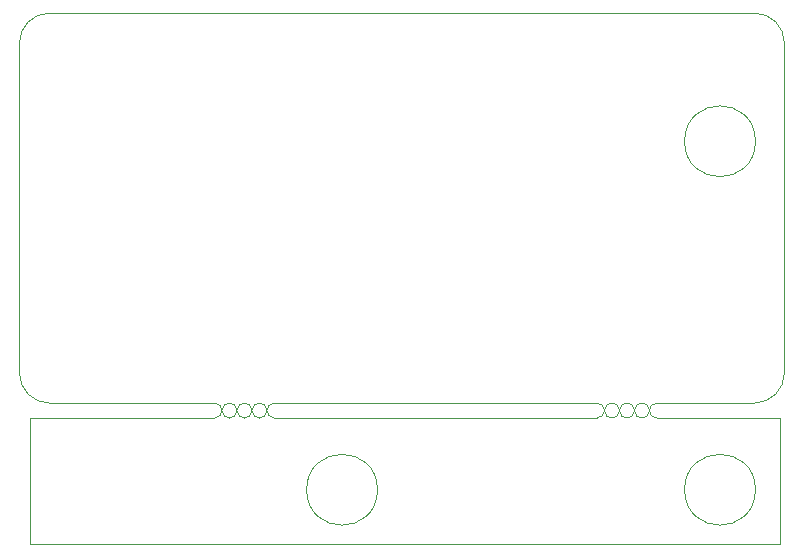
<source format=gm1>
G04 #@! TF.GenerationSoftware,KiCad,Pcbnew,(5.1.10)-1*
G04 #@! TF.CreationDate,2021-07-16T09:38:32+09:00*
G04 #@! TF.ProjectId,Key_checker,4b65795f-6368-4656-936b-65722e6b6963,rev?*
G04 #@! TF.SameCoordinates,Original*
G04 #@! TF.FileFunction,Profile,NP*
%FSLAX46Y46*%
G04 Gerber Fmt 4.6, Leading zero omitted, Abs format (unit mm)*
G04 Created by KiCad (PCBNEW (5.1.10)-1) date 2021-07-16 09:38:32*
%MOMM*%
%LPD*%
G01*
G04 APERTURE LIST*
G04 #@! TA.AperFunction,Profile*
%ADD10C,0.050000*%
G04 #@! TD*
G04 APERTURE END LIST*
D10*
X208915000Y-73660000D02*
X200660000Y-73660000D01*
X200660000Y-74930000D02*
X211090000Y-74930000D01*
X195580000Y-74930000D02*
X168275000Y-74930000D01*
X168275000Y-73660000D02*
X195580000Y-73660000D01*
X163195000Y-74930000D02*
X147590000Y-74930000D01*
X163195000Y-73660000D02*
X149225000Y-73660000D01*
X200660000Y-74930000D02*
G75*
G02*
X200660000Y-73660000I0J635000D01*
G01*
X195580000Y-73660000D02*
G75*
G02*
X195580000Y-74930000I0J-635000D01*
G01*
X168275000Y-74930000D02*
G75*
G02*
X168275000Y-73660000I0J635000D01*
G01*
X163195000Y-73660000D02*
G75*
G02*
X163195000Y-74930000I0J-635000D01*
G01*
X200025000Y-74295000D02*
G75*
G03*
X200025000Y-74295000I-635000J0D01*
G01*
X198755000Y-74295000D02*
G75*
G03*
X198755000Y-74295000I-635000J0D01*
G01*
X197485000Y-74295000D02*
G75*
G03*
X197485000Y-74295000I-635000J0D01*
G01*
X167640000Y-74295000D02*
G75*
G03*
X167640000Y-74295000I-635000J0D01*
G01*
X165100000Y-74295000D02*
G75*
G03*
X165100000Y-74295000I-635000J0D01*
G01*
X166370000Y-74295000D02*
G75*
G03*
X166370000Y-74295000I-635000J0D01*
G01*
X209000000Y-81000000D02*
G75*
G03*
X209000000Y-81000000I-3000000J0D01*
G01*
X177000000Y-81000000D02*
G75*
G03*
X177000000Y-81000000I-3000000J0D01*
G01*
X147590000Y-85630000D02*
X147590000Y-74930000D01*
X211090000Y-85630000D02*
X147590000Y-85630000D01*
X211090000Y-74930000D02*
X211090000Y-85630000D01*
X209000000Y-51500000D02*
G75*
G03*
X209000000Y-51500000I-3000000J0D01*
G01*
X149225000Y-40640000D02*
X208915000Y-40640000D01*
X211455000Y-71120000D02*
G75*
G02*
X208915000Y-73660000I-2540000J0D01*
G01*
X208915000Y-40640000D02*
G75*
G02*
X211455000Y-43180000I0J-2540000D01*
G01*
X211455000Y-71120000D02*
X211455000Y-43180000D01*
X149225000Y-73660000D02*
G75*
G02*
X146685000Y-71120000I0J2540000D01*
G01*
X146685000Y-43180000D02*
X146685000Y-71120000D01*
X146685000Y-43180000D02*
G75*
G02*
X149225000Y-40640000I2540000J0D01*
G01*
M02*

</source>
